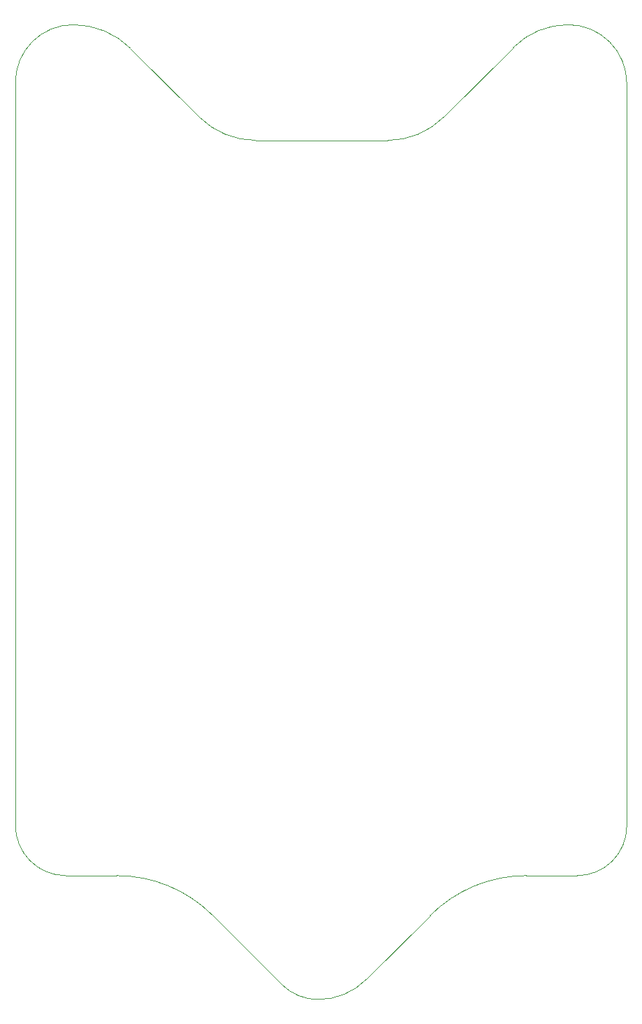
<source format=gbr>
G04 Layer_Color=0*
%FSLAX26Y26*%
%MOIN*%
%TF.FileFunction,Profile,NP*%
%TF.Part,Single*%
G01*
G75*
%TA.AperFunction,Profile*%
%ADD253C,0.001000*%
D253*
X6259836Y2204718D02*
X6259842Y5744095D01*
D02*
G03*
X5980315Y6023622I-279525J0D01*
G01*
D02*
G03*
X5718199Y5915050I-8J-370666D01*
G01*
X5386188Y5583039D01*
D02*
G02*
X5119181Y5472441I-267007J267007D01*
G01*
X4489424Y5472441D01*
D02*
G02*
X4218479Y5584670I-0J383175D01*
G01*
X3893666Y5909483D01*
D02*
G03*
X3618110Y6023622I-275541J-275522D01*
G01*
D02*
G03*
X3342519Y5748031I-7J-275584D01*
G01*
X3342519Y2208662D01*
D02*
G03*
X3582677Y1968504I240154J-4D01*
G01*
X3825653Y1968504D01*
D02*
G02*
X4284584Y1778408I23J-648971D01*
G01*
X4613054Y1449938D01*
D02*
G03*
X4786842Y1377953I173789J173791D01*
G01*
D02*
G03*
X5016307Y1473000I1J324511D01*
G01*
X5321715Y1778408D01*
D02*
G02*
X5780647Y1968504I458923J-458911D01*
G01*
X6023622Y1968504D01*
D02*
G03*
X6259836Y2204718I1J236213D01*
G01*
%TF.MD5,E24D99014A466C5DC8267AFB75D943E6*%
M02*

</source>
